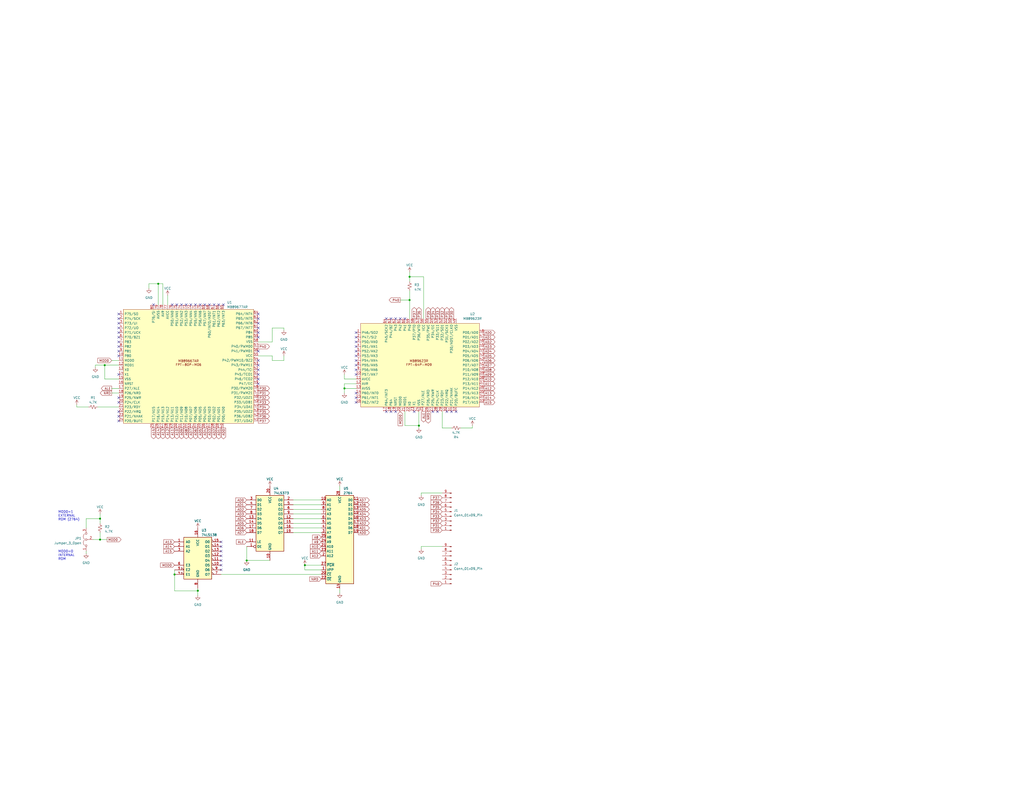
<source format=kicad_sch>
(kicad_sch (version 20230121) (generator eeschema)
  (paper "C")
  (lib_symbols
    (symbol "74xx:74LS138" (pin_names (offset 1.016))
      (property "Reference" "U" (at -7.62 11.43 0))
      (property "Value" "74LS138" (at -7.62 -13.97 0))
      (symbol "74LS138_1_0"
        (pin input line (at -12.7 7.62 0) (length 5.08) (name "A0") (number "1"))
        (pin output output_low (at 12.7 -5.08 180) (length 5.08) (name "O5") (number "10"))
        (pin output output_low (at 12.7 -2.54 180) (length 5.08) (name "O4") (number "11"))
        (pin output output_low (at 12.7 0 180) (length 5.08) (name "O3") (number "12"))
        (pin output output_low (at 12.7 2.54 180) (length 5.08) (name "O2") (number "13"))
        (pin output output_low (at 12.7 5.08 180) (length 5.08) (name "O1") (number "14"))
        (pin output output_low (at 12.7 7.62 180) (length 5.08) (name "O0") (number "15"))
        (pin power_in line (at 0 15.24 270) (length 5.08) (name "VCC") (number "16"))
        (pin input line (at -12.7 5.08 0) (length 5.08) (name "A1") (number "2"))
        (pin input line (at -12.7 2.54 0) (length 5.08) (name "A2") (number "3"))
        (pin input input_low (at -12.7 -10.16 0) (length 5.08) (name "E1") (number "4"))
        (pin input input_low (at -12.7 -7.62 0) (length 5.08) (name "E2") (number "5"))
        (pin input line (at -12.7 -5.08 0) (length 5.08) (name "E3") (number "6"))
        (pin output output_low (at 12.7 -10.16 180) (length 5.08) (name "O7") (number "7"))
        (pin power_in line (at 0 -17.78 90) (length 5.08) (name "GND") (number "8"))
        (pin output output_low (at 12.7 -7.62 180) (length 5.08) (name "O6") (number "9"))
      )
      (symbol "74LS138_1_1"
        (rectangle (start -7.62 10.16) (end 7.62 -12.7) (stroke (width 0.254)) (fill (type background)))
      )
    )
    (symbol "74xx:74LS373"
      (property "Reference" "U" (at -7.62 16.51 0))
      (property "Value" "74LS373" (at -7.62 -16.51 0))
      (symbol "74LS373_1_0"
        (pin input inverted (at -12.7 -12.7 0) (length 5.08) (name "OE") (number "1"))
        (pin power_in line (at 0 -20.32 90) (length 5.08) (name "GND") (number "10"))
        (pin input line (at -12.7 -10.16 0) (length 5.08) (name "LE") (number "11"))
        (pin tri_state line (at 12.7 2.54 180) (length 5.08) (name "O4") (number "12"))
        (pin input line (at -12.7 2.54 0) (length 5.08) (name "D4") (number "13"))
        (pin input line (at -12.7 0 0) (length 5.08) (name "D5") (number "14"))
        (pin tri_state line (at 12.7 0 180) (length 5.08) (name "O5") (number "15"))
        (pin tri_state line (at 12.7 -2.54 180) (length 5.08) (name "O6") (number "16"))
        (pin input line (at -12.7 -2.54 0) (length 5.08) (name "D6") (number "17"))
        (pin input line (at -12.7 -5.08 0) (length 5.08) (name "D7") (number "18"))
        (pin tri_state line (at 12.7 -5.08 180) (length 5.08) (name "O7") (number "19"))
        (pin tri_state line (at 12.7 12.7 180) (length 5.08) (name "O0") (number "2"))
        (pin power_in line (at 0 20.32 270) (length 5.08) (name "VCC") (number "20"))
        (pin input line (at -12.7 12.7 0) (length 5.08) (name "D0") (number "3"))
        (pin input line (at -12.7 10.16 0) (length 5.08) (name "D1") (number "4"))
        (pin tri_state line (at 12.7 10.16 180) (length 5.08) (name "O1") (number "5"))
        (pin tri_state line (at 12.7 7.62 180) (length 5.08) (name "O2") (number "6"))
        (pin input line (at -12.7 7.62 0) (length 5.08) (name "D2") (number "7"))
        (pin input line (at -12.7 5.08 0) (length 5.08) (name "D3") (number "8"))
        (pin tri_state line (at 12.7 5.08 180) (length 5.08) (name "O3") (number "9"))
      )
      (symbol "74LS373_1_1"
        (rectangle (start -7.62 15.24) (end 7.62 -15.24) (stroke (width 0.254)) (fill (type background)))
      )
    )
    (symbol "Connector:Conn_01x09_Pin" (pin_names (offset 1.016) hide)
      (property "Reference" "J" (at 0 12.7 0))
      (property "Value" "Conn_01x09_Pin" (at 0 -12.7 0))
      (symbol "Conn_01x09_Pin_1_1"
        (polyline (pts (xy 1.27 -10.16) (xy 0.8636 -10.16)) (stroke (width 0.1524)))
        (polyline (pts (xy 1.27 -7.62) (xy 0.8636 -7.62)) (stroke (width 0.1524)))
        (polyline (pts (xy 1.27 -5.08) (xy 0.8636 -5.08)) (stroke (width 0.1524)))
        (polyline (pts (xy 1.27 -2.54) (xy 0.8636 -2.54)) (stroke (width 0.1524)))
        (polyline (pts (xy 1.27 0) (xy 0.8636 0)) (stroke (width 0.1524)))
        (polyline (pts (xy 1.27 2.54) (xy 0.8636 2.54)) (stroke (width 0.1524)))
        (polyline (pts (xy 1.27 5.08) (xy 0.8636 5.08)) (stroke (width 0.1524)))
        (polyline (pts (xy 1.27 7.62) (xy 0.8636 7.62)) (stroke (width 0.1524)))
        (polyline (pts (xy 1.27 10.16) (xy 0.8636 10.16)) (stroke (width 0.1524)))
        (rectangle (start 0.8636 -10.033) (end 0 -10.287) (stroke (width 0.1524)) (fill (type outline)))
        (rectangle (start 0.8636 -7.493) (end 0 -7.747) (stroke (width 0.1524)) (fill (type outline)))
        (rectangle (start 0.8636 -4.953) (end 0 -5.207) (stroke (width 0.1524)) (fill (type outline)))
        (rectangle (start 0.8636 -2.413) (end 0 -2.667) (stroke (width 0.1524)) (fill (type outline)))
        (rectangle (start 0.8636 0.127) (end 0 -0.127) (stroke (width 0.1524)) (fill (type outline)))
        (rectangle (start 0.8636 2.667) (end 0 2.413) (stroke (width 0.1524)) (fill (type outline)))
        (rectangle (start 0.8636 5.207) (end 0 4.953) (stroke (width 0.1524)) (fill (type outline)))
        (rectangle (start 0.8636 7.747) (end 0 7.493) (stroke (width 0.1524)) (fill (type outline)))
        (rectangle (start 0.8636 10.287) (end 0 10.033) (stroke (width 0.1524)) (fill (type outline)))
        (pin passive line (at 5.08 10.16 180) (length 3.81) (name "Pin_1") (number "1"))
        (pin passive line (at 5.08 7.62 180) (length 3.81) (name "Pin_2") (number "2"))
        (pin passive line (at 5.08 5.08 180) (length 3.81) (name "Pin_3") (number "3"))
        (pin passive line (at 5.08 2.54 180) (length 3.81) (name "Pin_4") (number "4"))
        (pin passive line (at 5.08 0 180) (length 3.81) (name "Pin_5") (number "5"))
        (pin passive line (at 5.08 -2.54 180) (length 3.81) (name "Pin_6") (number "6"))
        (pin passive line (at 5.08 -5.08 180) (length 3.81) (name "Pin_7") (number "7"))
        (pin passive line (at 5.08 -7.62 180) (length 3.81) (name "Pin_8") (number "8"))
        (pin passive line (at 5.08 -10.16 180) (length 3.81) (name "Pin_9") (number "9"))
      )
    )
    (symbol "Device:R_Small_US" (pin_numbers hide) (pin_names (offset 0.254) hide)
      (property "Reference" "R" (at 0.762 0.508 0))
      (property "Value" "R_Small_US" (at 0.762 -1.016 0))
      (symbol "R_Small_US_1_1"
        (polyline (pts (xy 0 0) (xy 1.016 -0.381) (xy 0 -0.762) (xy -1.016 -1.143) (xy 0 -1.524)))
        (polyline (pts (xy 0 1.524) (xy 1.016 1.143) (xy 0 0.762) (xy -1.016 0.381) (xy 0 0)))
        (pin passive line (at 0 2.54 270) (length 1.016) (name "~") (number "1"))
        (pin passive line (at 0 -2.54 90) (length 1.016) (name "~") (number "2"))
      )
    )
    (symbol "Jumper:Jumper_3_Open" (pin_names (offset 0) hide)
      (property "Reference" "JP" (at -2.54 -2.54 0))
      (property "Value" "Jumper_3_Open" (at 0 2.794 0))
      (symbol "Jumper_3_Open_0_0"
        (circle (center -3.302 0) (radius 0.508))
        (circle (center 0 0) (radius 0.508))
        (circle (center 3.302 0) (radius 0.508))
      )
      (symbol "Jumper_3_Open_0_1"
        (arc (start -0.254 1.016) (mid -1.651 1.4992) (end -3.048 1.016))
        (polyline (pts (xy 0 -0.508) (xy 0 -1.27)))
        (arc (start 3.048 1.016) (mid 1.651 1.4992) (end 0.254 1.016))
      )
      (symbol "Jumper_3_Open_1_1"
        (pin passive line (at -6.35 0 0) (length 2.54) (name "A") (number "1"))
        (pin passive line (at 0 -3.81 90) (length 2.54) (name "C") (number "2"))
        (pin passive line (at 6.35 0 180) (length 2.54) (name "B") (number "3"))
      )
    )
    (symbol "Memory_EPROM:2764"
      (property "Reference" "U" (at -7.62 24.13 0))
      (property "Value" "2764" (at 2.54 -26.67 0))
      (symbol "2764_1_1"
        (rectangle (start -7.62 22.86) (end 7.62 -25.4) (stroke (width 0.254)) (fill (type background)))
        (pin input line (at -10.16 -17.78 0) (length 2.54) (name "VPP") (number "1"))
        (pin input line (at -10.16 20.32 0) (length 2.54) (name "A0") (number "10"))
        (pin tri_state line (at 10.16 20.32 180) (length 2.54) (name "D0") (number "11"))
        (pin tri_state line (at 10.16 17.78 180) (length 2.54) (name "D1") (number "12"))
        (pin tri_state line (at 10.16 15.24 180) (length 2.54) (name "D2") (number "13"))
        (pin power_in line (at 0 -27.94 90) (length 2.54) (name "GND") (number "14"))
        (pin tri_state line (at 10.16 12.7 180) (length 2.54) (name "D3") (number "15"))
        (pin tri_state line (at 10.16 10.16 180) (length 2.54) (name "D4") (number "16"))
        (pin tri_state line (at 10.16 7.62 180) (length 2.54) (name "D5") (number "17"))
        (pin tri_state line (at 10.16 5.08 180) (length 2.54) (name "D6") (number "18"))
        (pin tri_state line (at 10.16 2.54 180) (length 2.54) (name "D7") (number "19"))
        (pin input line (at -10.16 -10.16 0) (length 2.54) (name "A12") (number "2"))
        (pin input line (at -10.16 -20.32 0) (length 2.54) (name "~{CE}") (number "20"))
        (pin input line (at -10.16 -5.08 0) (length 2.54) (name "A10") (number "21"))
        (pin input line (at -10.16 -22.86 0) (length 2.54) (name "~{OE}") (number "22"))
        (pin input line (at -10.16 -7.62 0) (length 2.54) (name "A11") (number "23"))
        (pin input line (at -10.16 -2.54 0) (length 2.54) (name "A9") (number "24"))
        (pin input line (at -10.16 0 0) (length 2.54) (name "A8") (number "25"))
        (pin no_connect line (at 7.62 0 180) (length 2.54) hide (name "NC") (number "26"))
        (pin input line (at -10.16 -15.24 0) (length 2.54) (name "~{PGM}") (number "27"))
        (pin power_in line (at 0 25.4 270) (length 2.54) (name "VCC") (number "28"))
        (pin input line (at -10.16 2.54 0) (length 2.54) (name "A7") (number "3"))
        (pin input line (at -10.16 5.08 0) (length 2.54) (name "A6") (number "4"))
        (pin input line (at -10.16 7.62 0) (length 2.54) (name "A5") (number "5"))
        (pin input line (at -10.16 10.16 0) (length 2.54) (name "A4") (number "6"))
        (pin input line (at -10.16 12.7 0) (length 2.54) (name "A3") (number "7"))
        (pin input line (at -10.16 15.24 0) (length 2.54) (name "A2") (number "8"))
        (pin input line (at -10.16 17.78 0) (length 2.54) (name "A1") (number "9"))
      )
    )
    (symbol "f2mcdump:MB89623R"
      (property "Reference" "U" (at 0 3.81 0))
      (property "Value" "MB89623R" (at 8.89 -3.81 0))
      (symbol "MB89623R_1_1"
        (rectangle (start -31.75 -12.7) (end 33.02 -58.42) (fill (type background)))
        (text "MB89623R\nFPT-64P-M09" (at 0 -34.29 0) (effects (font (size 1.27 1.27))))
        (pin bidirectional line (at -34.29 -17.78 0) (length 2.54) (name "P46/SO2") (number "1"))
        (pin bidirectional line (at -34.29 -40.64 0) (length 2.54) (name "P57/AN7") (number "10"))
        (pin bidirectional line (at -34.29 -43.18 0) (length 2.54) (name "AVCC") (number "11"))
        (pin bidirectional line (at -34.29 -45.72 0) (length 2.54) (name "AVR") (number "12"))
        (pin bidirectional line (at -34.29 -48.26 0) (length 2.54) (name "AVSS") (number "13"))
        (pin bidirectional line (at -34.29 -50.8 0) (length 2.54) (name "P60/INT0") (number "14"))
        (pin bidirectional line (at -34.29 -53.34 0) (length 2.54) (name "P61/INT1") (number "15"))
        (pin bidirectional line (at -34.29 -55.88 0) (length 2.54) (name "P62/INT2") (number "16"))
        (pin bidirectional line (at -17.78 -60.96 90) (length 2.54) (name "P64/INT3") (number "17"))
        (pin bidirectional line (at -15.24 -60.96 90) (length 2.54) (name "P64") (number "18"))
        (pin bidirectional line (at -12.7 -60.96 90) (length 2.54) (name "NRST") (number "19"))
        (pin bidirectional line (at -34.29 -20.32 0) (length 2.54) (name "P47/SI2") (number "2"))
        (pin bidirectional line (at -10.16 -60.96 90) (length 2.54) (name "MOD0") (number "20"))
        (pin bidirectional line (at -7.62 -60.96 90) (length 2.54) (name "MOD1") (number "21"))
        (pin bidirectional line (at -5.08 -60.96 90) (length 2.54) (name "X0") (number "22"))
        (pin bidirectional line (at -2.6625 -60.8002 90) (length 2.54) (name "X1") (number "23"))
        (pin bidirectional line (at 0 -60.96 90) (length 2.54) (name "VSS") (number "24"))
        (pin bidirectional line (at 2.2204 -60.7262 90) (length 2.54) (name "P27/ALE") (number "25"))
        (pin bidirectional line (at 5.08 -60.96 90) (length 2.54) (name "P26/NRD") (number "26"))
        (pin bidirectional line (at 7.62 -60.96 90) (length 2.54) (name "P25/NWR") (number "27"))
        (pin bidirectional line (at 10.16 -60.96 90) (length 2.54) (name "P24/CLK") (number "28"))
        (pin bidirectional line (at 12.7 -60.96 90) (length 2.54) (name "P23/RDY") (number "29"))
        (pin bidirectional line (at -34.29 -22.86 0) (length 2.54) (name "P50/AN0") (number "3"))
        (pin bidirectional line (at 15.24 -60.96 90) (length 2.54) (name "P22/HRQ") (number "30"))
        (pin bidirectional line (at 17.78 -60.96 90) (length 2.54) (name "P21/NHAK") (number "31"))
        (pin bidirectional line (at 20.32 -60.96 90) (length 2.54) (name "P20/BUFC") (number "32"))
        (pin bidirectional line (at 35.56 -55.88 180) (length 2.54) (name "P17/A15") (number "33"))
        (pin bidirectional line (at 35.56 -53.34 180) (length 2.54) (name "P16/A14") (number "34"))
        (pin bidirectional line (at 35.56 -50.8 180) (length 2.54) (name "P15/A13") (number "35"))
        (pin bidirectional line (at 35.56 -48.26 180) (length 2.54) (name "P14/A12") (number "36"))
        (pin bidirectional line (at 35.56 -45.72 180) (length 2.54) (name "P13/A11") (number "37"))
        (pin bidirectional line (at 35.56 -43.18 180) (length 2.54) (name "P12/A10") (number "38"))
        (pin bidirectional line (at 35.56 -40.64 180) (length 2.54) (name "P11/A09") (number "39"))
        (pin bidirectional line (at -34.29 -25.4 0) (length 2.54) (name "P51/AN1") (number "4"))
        (pin bidirectional line (at 35.56 -38.1 180) (length 2.54) (name "P10/A08") (number "40"))
        (pin bidirectional line (at 35.56 -35.56 180) (length 2.54) (name "P07/AD7") (number "41"))
        (pin bidirectional line (at 35.56 -33.02 180) (length 2.54) (name "P06/AD6") (number "42"))
        (pin bidirectional line (at 35.56 -30.48 180) (length 2.54) (name "P05/AD5") (number "43"))
        (pin bidirectional line (at 35.56 -27.94 180) (length 2.54) (name "P04/AD4") (number "44"))
        (pin bidirectional line (at 35.56 -25.4 180) (length 2.54) (name "P03/AD3") (number "45"))
        (pin bidirectional line (at 35.56 -22.86 180) (length 2.54) (name "P02/AD2") (number "46"))
        (pin bidirectional line (at 35.56 -20.32 180) (length 2.54) (name "P01/AD1") (number "47"))
        (pin bidirectional line (at 35.56 -17.78 180) (length 2.54) (name "P00/AD0") (number "48"))
        (pin bidirectional line (at 20.32 -10.16 270) (length 2.54) (name "VSS") (number "49"))
        (pin bidirectional line (at -34.29 -27.94 0) (length 2.54) (name "P52/AN2") (number "5"))
        (pin bidirectional line (at 17.78 -10.16 270) (length 2.54) (name "P30/ADST/CLKO") (number "50"))
        (pin bidirectional line (at 15.24 -10.16 270) (length 2.54) (name "P31/SCK1") (number "51"))
        (pin bidirectional line (at 12.7 -10.16 270) (length 2.54) (name "P32/SO1") (number "52"))
        (pin bidirectional line (at 10.16 -10.16 270) (length 2.54) (name "P33/S11") (number "53"))
        (pin bidirectional line (at 7.62 -10.16 270) (length 2.54) (name "P34/EC") (number "54"))
        (pin bidirectional line (at 5.08 -10.16 270) (length 2.54) (name "P35/PWC") (number "55"))
        (pin bidirectional line (at 2.54 -10.16 270) (length 2.54) (name "VCC") (number "56"))
        (pin bidirectional line (at 0 -10.16 270) (length 2.54) (name "P36/WTO") (number "57"))
        (pin bidirectional line (at -2.54 -10.16 270) (length 2.54) (name "P37/PTO") (number "58"))
        (pin bidirectional line (at -5.08 -10.16 270) (length 2.54) (name "P40") (number "59"))
        (pin bidirectional line (at -34.29 -30.48 0) (length 2.54) (name "P53/AN3") (number "6"))
        (pin bidirectional line (at -7.62 -10.16 270) (length 2.54) (name "P41") (number "60"))
        (pin bidirectional line (at -10.16 -10.16 270) (length 2.54) (name "P42") (number "61"))
        (pin bidirectional line (at -12.7 -10.16 270) (length 2.54) (name "P43") (number "62"))
        (pin bidirectional line (at -15.24 -10.16 270) (length 2.54) (name "P44/BZ") (number "63"))
        (pin bidirectional line (at -17.78 -10.16 270) (length 2.54) (name "P45/SCK2") (number "64"))
        (pin bidirectional line (at -34.29 -33.02 0) (length 2.54) (name "P54/AN4") (number "7"))
        (pin bidirectional line (at -34.29 -35.56 0) (length 2.54) (name "P55/AN5") (number "8"))
        (pin bidirectional line (at -34.29 -38.1 0) (length 2.54) (name "P56/AN6") (number "9"))
      )
    )
    (symbol "f2mcdump:MB89677AR"
      (property "Reference" "U" (at 3.81 34.29 0))
      (property "Value" "MB89677AR" (at 35.56 33.02 0))
      (symbol "MB89677AR_1_1"
        (rectangle (start -33.02 27.94) (end 38.1 -34.29) (fill (type background)))
        (text "MB89667AR\nFPT-80P-M06" (at 2.54 -1.27 0) (effects (font (size 1.27 1.27))))
        (pin bidirectional line (at -35.56 25.4 0) (length 2.54) (name "P75/SO") (number "1"))
        (pin bidirectional line (at -35.56 2.54 0) (length 2.54) (name "P80") (number "10"))
        (pin bidirectional line (at -35.56 0 0) (length 2.54) (name "MOD0") (number "11"))
        (pin bidirectional line (at -35.56 -2.54 0) (length 2.54) (name "MOD1") (number "12"))
        (pin bidirectional line (at -35.56 -5.08 0) (length 2.54) (name "X0") (number "13"))
        (pin bidirectional line (at -35.56 -7.62 0) (length 2.54) (name "X1") (number "14"))
        (pin bidirectional line (at -35.56 -10.16 0) (length 2.54) (name "VSS") (number "15"))
        (pin bidirectional line (at -35.56 -12.7 0) (length 2.54) (name "NRST") (number "16"))
        (pin bidirectional line (at -35.56 -15.24 0) (length 2.54) (name "P27/ALE") (number "17"))
        (pin bidirectional line (at -35.56 -17.78 0) (length 2.54) (name "P26/NRD") (number "18"))
        (pin bidirectional line (at -35.56 -20.32 0) (length 2.54) (name "P25/NWR") (number "19"))
        (pin bidirectional line (at -35.56 22.86 0) (length 2.54) (name "P74/SCK") (number "2"))
        (pin bidirectional line (at -35.56 -22.86 0) (length 2.54) (name "P24/CLK") (number "20"))
        (pin bidirectional line (at -35.56 -25.4 0) (length 2.54) (name "P23/RDY") (number "21"))
        (pin bidirectional line (at -35.56 -27.94 0) (length 2.54) (name "P22/HRQ") (number "22"))
        (pin bidirectional line (at -35.56 -30.48 0) (length 2.54) (name "P21/NHAK") (number "23"))
        (pin bidirectional line (at -35.56 -33.02 0) (length 2.54) (name "P20/BUFC") (number "24"))
        (pin bidirectional line (at -16.51 -36.83 90) (length 2.54) (name "P17/A15") (number "25"))
        (pin bidirectional line (at -13.97 -36.83 90) (length 2.54) (name "P16/A14") (number "26"))
        (pin bidirectional line (at -11.43 -36.83 90) (length 2.54) (name "P15/A13") (number "27"))
        (pin bidirectional line (at -8.89 -36.83 90) (length 2.54) (name "P14/A12") (number "28"))
        (pin bidirectional line (at -6.35 -36.83 90) (length 2.54) (name "P13/A11") (number "29"))
        (pin bidirectional line (at -35.56 20.32 0) (length 2.54) (name "P73/UI") (number "3"))
        (pin bidirectional line (at -3.81 -36.83 90) (length 2.54) (name "P12/A10") (number "30"))
        (pin bidirectional line (at -1.27 -36.83 90) (length 2.54) (name "P11/A09") (number "31"))
        (pin bidirectional line (at 1.27 -36.83 90) (length 2.54) (name "P10/A08") (number "32"))
        (pin bidirectional line (at 3.81 -36.83 90) (length 2.54) (name "P07/AD7") (number "33"))
        (pin bidirectional line (at 6.35 -36.83 90) (length 2.54) (name "P06/AD6") (number "34"))
        (pin bidirectional line (at 8.89 -36.83 90) (length 2.54) (name "P05/AD5") (number "35"))
        (pin bidirectional line (at 11.43 -36.83 90) (length 2.54) (name "P04/AD4") (number "36"))
        (pin bidirectional line (at 13.97 -36.83 90) (length 2.54) (name "P03/AD3") (number "37"))
        (pin bidirectional line (at 16.51 -36.83 90) (length 2.54) (name "P02/AD2") (number "38"))
        (pin bidirectional line (at 19.05 -36.83 90) (length 2.54) (name "P01/AD1") (number "39"))
        (pin bidirectional line (at -35.56 17.78 0) (length 2.54) (name "P72/UO") (number "4"))
        (pin bidirectional line (at 21.59 -36.83 90) (length 2.54) (name "P00/AD0") (number "40"))
        (pin bidirectional line (at 40.668 -32.9449 180) (length 2.54) (name "P37/UDA2") (number "41"))
        (pin bidirectional line (at 40.668 -30.4049 180) (length 2.54) (name "P36/UDB2") (number "42"))
        (pin bidirectional line (at 40.668 -27.8649 180) (length 2.54) (name "P35/UDZ2") (number "43"))
        (pin bidirectional line (at 40.668 -25.3249 180) (length 2.54) (name "P34/UDA1") (number "44"))
        (pin bidirectional line (at 40.668 -22.7849 180) (length 2.54) (name "P33/UDB1") (number "45"))
        (pin bidirectional line (at 40.668 -20.2449 180) (length 2.54) (name "P32/UDZ1") (number "46"))
        (pin bidirectional line (at 40.668 -17.7049 180) (length 2.54) (name "P31/PWM21") (number "47"))
        (pin bidirectional line (at 40.668 -15.1649 180) (length 2.54) (name "P30/PWM20") (number "48"))
        (pin bidirectional line (at 40.668 -12.6249 180) (length 2.54) (name "P47/EC") (number "49"))
        (pin bidirectional line (at -35.56 15.24 0) (length 2.54) (name "P71/UCK") (number "5"))
        (pin bidirectional line (at 40.668 -10.0849 180) (length 2.54) (name "P46/TCO2") (number "50"))
        (pin bidirectional line (at 40.668 -7.5449 180) (length 2.54) (name "P45/TCO1") (number "51"))
        (pin bidirectional line (at 40.64 -5.08 180) (length 2.54) (name "P44/TCI") (number "52"))
        (pin bidirectional line (at 40.668 -2.4649 180) (length 2.54) (name "P43/PWM11") (number "53"))
        (pin bidirectional line (at 40.668 0.0751 180) (length 2.54) (name "P42/PWM10/BZ2") (number "54"))
        (pin bidirectional line (at 40.668 2.6151 180) (length 2.54) (name "VCC") (number "55"))
        (pin bidirectional line (at 40.668 5.1551 180) (length 2.54) (name "P41/PWM01") (number "56"))
        (pin bidirectional line (at 40.668 7.6951 180) (length 2.54) (name "P40/PWM00") (number "57"))
        (pin bidirectional line (at 40.668 10.2351 180) (length 2.54) (name "VSS") (number "58"))
        (pin bidirectional line (at 40.668 12.7751 180) (length 2.54) (name "P85") (number "59"))
        (pin bidirectional line (at -35.56 12.7 0) (length 2.54) (name "P70/BZ1") (number "6"))
        (pin bidirectional line (at 40.668 15.3151 180) (length 2.54) (name "P84") (number "60"))
        (pin bidirectional line (at 40.668 17.8551 180) (length 2.54) (name "P67/INT7") (number "61"))
        (pin bidirectional line (at 40.668 20.3951 180) (length 2.54) (name "P66/INT6") (number "62"))
        (pin bidirectional line (at 40.668 22.9351 180) (length 2.54) (name "P65/INT5") (number "63"))
        (pin bidirectional line (at 40.668 25.4751 180) (length 2.54) (name "P64/INT4") (number "64"))
        (pin bidirectional line (at 21.59 30.48 270) (length 2.54) (name "P63/INT3") (number "65"))
        (pin bidirectional line (at 19.05 30.48 270) (length 2.54) (name "P62/INT2") (number "66"))
        (pin bidirectional line (at 16.51 30.48 270) (length 2.54) (name "P61/INT1") (number "67"))
        (pin bidirectional line (at 13.97 30.48 270) (length 2.54) (name "P60/INT0/ADST") (number "68"))
        (pin bidirectional line (at 11.43 30.48 270) (length 2.54) (name "P57/AN7") (number "69"))
        (pin bidirectional line (at -35.56 10.16 0) (length 2.54) (name "P83") (number "7"))
        (pin bidirectional line (at 8.89 30.48 270) (length 2.54) (name "P56/AN6") (number "70"))
        (pin bidirectional line (at 6.35 30.48 270) (length 2.54) (name "P55/AN5") (number "71"))
        (pin bidirectional line (at 3.81 30.48 270) (length 2.54) (name "P54/AN4") (number "72"))
        (pin bidirectional line (at 1.27 30.48 270) (length 2.54) (name "P53/AN3") (number "73"))
        (pin bidirectional line (at -1.27 30.48 270) (length 2.54) (name "P52/AN2") (number "74"))
        (pin bidirectional line (at -3.81 30.48 270) (length 2.54) (name "P51/AN1") (number "75"))
        (pin bidirectional line (at -6.35 30.48 270) (length 2.54) (name "P50/AN0") (number "76"))
        (pin bidirectional line (at -8.89 30.48 270) (length 2.54) (name "AVCC") (number "77"))
        (pin bidirectional line (at -11.43 30.48 270) (length 2.54) (name "AVR") (number "78"))
        (pin bidirectional line (at -13.97 30.48 270) (length 2.54) (name "AVSS") (number "79"))
        (pin bidirectional line (at -35.56 7.62 0) (length 2.54) (name "P82") (number "8"))
        (pin bidirectional line (at -16.51 30.48 270) (length 2.54) (name "P76/SI") (number "80"))
        (pin bidirectional line (at -35.56 5.08 0) (length 2.54) (name "P81") (number "9"))
      )
    )
    (symbol "power:GND" (power) (pin_names (offset 0))
      (property "Value" "GND" (at 0 -3.81 0))
      (symbol "GND_0_1"
        (polyline (pts (xy 0 0) (xy 0 -1.27) (xy 1.27 -1.27) (xy 0 -2.54) (xy -1.27 -1.27) (xy 0 -1.27)))
      )
      (symbol "GND_1_1"
        (pin power_in line (at 0 0 270) (length 0) hide (name "GND") (number "1"))
      )
    )
    (symbol "power:VCC" (power) (pin_names (offset 0))
      (property "Value" "VCC" (at 0 3.81 0))
      (symbol "VCC_0_1"
        (polyline (pts (xy -0.762 1.27) (xy 0 2.54)))
        (polyline (pts (xy 0 0) (xy 0 2.54)))
        (polyline (pts (xy 0 2.54) (xy 0.762 1.27)))
      )
      (symbol "VCC_1_1"
        (pin power_in line (at 0 0 90) (length 0) hide (name "VCC") (number "1"))
      )
    )
  )
  (junction (at 134.62 306.07))
  (junction (at 223.52 151.13))
  (junction (at 95.25 313.69))
  (junction (at 228.6 232.41))
  (junction (at 187.96 212.09))
  (junction (at 86.36 154.94))
  (junction (at 54.61 283.21))
  (junction (at 223.52 163.83))
  (junction (at 54.61 294.64))
  (junction (at 166.37 308.61))
  (junction (at 57.15 199.39))
  (junction (at 107.95 322.58))
  (no_connect (at 213.36 224.79))
  (no_connect (at 64.77 181.61))
  (no_connect (at 140.97 196.85))
  (no_connect (at 119.38 166.37))
  (no_connect (at 236.22 224.79))
  (no_connect (at 140.97 201.93))
  (no_connect (at 140.97 207.01))
  (no_connect (at 194.31 219.71))
  (no_connect (at 120.65 303.53))
  (no_connect (at 194.31 181.61))
  (no_connect (at 140.97 191.77))
  (no_connect (at 99.06 166.37))
  (no_connect (at 121.92 166.37))
  (no_connect (at 140.97 184.15))
  (no_connect (at 248.92 224.79))
  (no_connect (at 238.76 224.79))
  (no_connect (at 104.14 166.37))
  (no_connect (at 194.31 214.63))
  (no_connect (at 114.3 166.37))
  (no_connect (at 96.52 166.37))
  (no_connect (at 106.68 166.37))
  (no_connect (at 140.97 171.45))
  (no_connect (at 140.97 176.53))
  (no_connect (at 194.31 191.77))
  (no_connect (at 120.65 308.61))
  (no_connect (at 64.77 227.33))
  (no_connect (at 64.77 173.99))
  (no_connect (at 64.77 191.77))
  (no_connect (at 64.77 176.53))
  (no_connect (at 120.65 311.15))
  (no_connect (at 64.77 217.17))
  (no_connect (at 194.31 189.23))
  (no_connect (at 243.84 224.79))
  (no_connect (at 120.65 295.91))
  (no_connect (at 194.31 184.15))
  (no_connect (at 111.76 166.37))
  (no_connect (at 64.77 224.79))
  (no_connect (at 120.65 306.07))
  (no_connect (at 120.65 298.45))
  (no_connect (at 140.97 181.61))
  (no_connect (at 194.31 217.17))
  (no_connect (at 220.98 173.99))
  (no_connect (at 218.44 173.99))
  (no_connect (at 64.77 219.71))
  (no_connect (at 213.36 173.99))
  (no_connect (at 101.6 166.37))
  (no_connect (at 140.97 209.55))
  (no_connect (at 210.82 173.99))
  (no_connect (at 120.65 300.99))
  (no_connect (at 93.98 166.37))
  (no_connect (at 64.77 184.15))
  (no_connect (at 64.77 186.69))
  (no_connect (at 64.77 204.47))
  (no_connect (at 64.77 171.45))
  (no_connect (at 194.31 194.31))
  (no_connect (at 140.97 179.07))
  (no_connect (at 226.06 224.79))
  (no_connect (at 140.97 204.47))
  (no_connect (at 194.31 201.93))
  (no_connect (at 215.9 224.79))
  (no_connect (at 194.31 196.85))
  (no_connect (at 109.22 166.37))
  (no_connect (at 215.9 173.99))
  (no_connect (at 194.31 199.39))
  (no_connect (at 194.31 204.47))
  (no_connect (at 246.38 224.79))
  (no_connect (at 116.84 166.37))
  (no_connect (at 210.82 224.79))
  (no_connect (at 194.31 186.69))
  (no_connect (at 140.97 173.99))
  (no_connect (at 140.97 199.39))
  (no_connect (at 64.77 194.31))
  (no_connect (at 64.77 179.07))
  (no_connect (at 64.77 229.87))
  (no_connect (at 64.77 189.23))
  (no_connect (at 83.82 166.37))
  (wire (pts (xy 148.59 186.69) (xy 148.59 179.07)))
  (wire (pts (xy 81.28 154.94) (xy 86.36 154.94)))
  (wire (pts (xy 54.61 280.67) (xy 54.61 283.21)))
  (wire (pts (xy 229.87 298.45) (xy 229.87 299.72)))
  (wire (pts (xy 46.99 283.21) (xy 54.61 283.21)))
  (wire (pts (xy 223.52 148.59) (xy 223.52 151.13)))
  (wire (pts (xy 154.94 179.07) (xy 154.94 180.34)))
  (wire (pts (xy 86.36 154.94) (xy 86.36 166.37)))
  (wire (pts (xy 223.52 158.75) (xy 223.52 163.83)))
  (wire (pts (xy 160.02 288.29) (xy 175.26 288.29)))
  (wire (pts (xy 91.44 161.29) (xy 91.44 166.37)))
  (wire (pts (xy 223.52 163.83) (xy 223.52 173.99)))
  (wire (pts (xy 160.02 278.13) (xy 175.26 278.13)))
  (wire (pts (xy 166.37 311.15) (xy 175.26 311.15)))
  (wire (pts (xy 120.65 313.69) (xy 175.26 313.69)))
  (wire (pts (xy 54.61 294.64) (xy 58.42 294.64)))
  (wire (pts (xy 95.25 313.69) (xy 95.25 322.58)))
  (wire (pts (xy 148.59 196.85) (xy 154.94 196.85)))
  (wire (pts (xy 218.44 163.83) (xy 223.52 163.83)))
  (wire (pts (xy 46.99 288.29) (xy 46.99 283.21)))
  (wire (pts (xy 257.81 232.41) (xy 257.81 233.68)))
  (wire (pts (xy 41.91 220.98) (xy 41.91 222.25)))
  (wire (pts (xy 223.52 151.13) (xy 223.52 153.67)))
  (wire (pts (xy 194.31 209.55) (xy 187.96 209.55)))
  (wire (pts (xy 140.97 194.31) (xy 148.59 194.31)))
  (wire (pts (xy 160.02 273.05) (xy 175.26 273.05)))
  (wire (pts (xy 46.99 300.99) (xy 46.99 302.26)))
  (wire (pts (xy 107.95 322.58) (xy 107.95 321.31)))
  (wire (pts (xy 148.59 194.31) (xy 148.59 196.85)))
  (wire (pts (xy 134.62 306.07) (xy 134.62 298.45)))
  (wire (pts (xy 50.8 294.64) (xy 54.61 294.64)))
  (wire (pts (xy 194.31 212.09) (xy 187.96 212.09)))
  (wire (pts (xy 228.6 232.41) (xy 228.6 233.68)))
  (wire (pts (xy 241.3 298.45) (xy 229.87 298.45)))
  (wire (pts (xy 95.25 322.58) (xy 107.95 322.58)))
  (wire (pts (xy 241.3 224.79) (xy 241.3 233.68)))
  (wire (pts (xy 166.37 308.61) (xy 175.26 308.61)))
  (wire (pts (xy 57.15 199.39) (xy 52.07 199.39)))
  (wire (pts (xy 41.91 222.25) (xy 48.26 222.25)))
  (wire (pts (xy 60.96 214.63) (xy 64.77 214.63)))
  (wire (pts (xy 160.02 280.67) (xy 175.26 280.67)))
  (wire (pts (xy 160.02 290.83) (xy 175.26 290.83)))
  (wire (pts (xy 241.3 233.68) (xy 246.38 233.68)))
  (wire (pts (xy 88.9 166.37) (xy 88.9 154.94)))
  (wire (pts (xy 60.96 212.09) (xy 64.77 212.09)))
  (wire (pts (xy 185.42 265.43) (xy 185.42 267.97)))
  (wire (pts (xy 160.02 275.59) (xy 175.26 275.59)))
  (wire (pts (xy 53.34 222.25) (xy 64.77 222.25)))
  (wire (pts (xy 147.32 306.07) (xy 134.62 306.07)))
  (wire (pts (xy 187.96 207.01) (xy 187.96 204.47)))
  (wire (pts (xy 154.94 196.85) (xy 154.94 194.31)))
  (wire (pts (xy 185.42 321.31) (xy 185.42 323.85)))
  (wire (pts (xy 81.28 154.94) (xy 81.28 157.48)))
  (wire (pts (xy 257.81 233.68) (xy 251.46 233.68)))
  (wire (pts (xy 64.77 207.01) (xy 57.15 207.01)))
  (wire (pts (xy 52.07 199.39) (xy 52.07 200.66)))
  (wire (pts (xy 148.59 179.07) (xy 154.94 179.07)))
  (wire (pts (xy 228.6 224.79) (xy 228.6 232.41)))
  (wire (pts (xy 107.95 322.58) (xy 107.95 325.12)))
  (wire (pts (xy 231.14 173.99) (xy 231.14 151.13)))
  (wire (pts (xy 60.96 196.85) (xy 64.77 196.85)))
  (wire (pts (xy 54.61 283.21) (xy 54.61 285.75)))
  (wire (pts (xy 229.87 269.24) (xy 229.87 270.51)))
  (wire (pts (xy 220.98 232.41) (xy 228.6 232.41)))
  (wire (pts (xy 54.61 290.83) (xy 54.61 294.64)))
  (wire (pts (xy 194.31 207.01) (xy 187.96 207.01)))
  (wire (pts (xy 187.96 209.55) (xy 187.96 212.09)))
  (wire (pts (xy 187.96 212.09) (xy 187.96 214.63)))
  (wire (pts (xy 64.77 199.39) (xy 57.15 199.39)))
  (wire (pts (xy 57.15 207.01) (xy 57.15 199.39)))
  (wire (pts (xy 231.14 151.13) (xy 223.52 151.13)))
  (wire (pts (xy 86.36 154.94) (xy 88.9 154.94)))
  (wire (pts (xy 160.02 285.75) (xy 175.26 285.75)))
  (wire (pts (xy 166.37 308.61) (xy 166.37 311.15)))
  (wire (pts (xy 220.98 224.79) (xy 220.98 232.41)))
  (wire (pts (xy 241.3 269.24) (xy 229.87 269.24)))
  (wire (pts (xy 140.97 186.69) (xy 148.59 186.69)))
  (wire (pts (xy 95.25 311.15) (xy 95.25 313.69)))
  (wire (pts (xy 160.02 283.21) (xy 175.26 283.21)))
  (text "MOD0=0\nINTERNAL\nROM" (at 31.75 306.07 0) (effects (font (size 1.27 1.27)) (justify left bottom)))
  (text "MOD0=1\nEXTERNAL\nROM (2764)" (at 31.75 284.48 0) (effects (font (size 1.27 1.27)) (justify left bottom)))
  (global_label "P34" (shape input) (at 241.3 279.4 180) (property "Intersheetrefs" "${INTERSHEET_REFS}" (effects hide)))
  (global_label "AD2" (shape output) (at 195.58 285.75 0) (property "Intersheetrefs" "${INTERSHEET_REFS}" (effects hide)))
  (global_label "MOD0" (shape input) (at 95.25 308.61 180) (property "Intersheetrefs" "${INTERSHEET_REFS}" (effects hide)))
  (global_label "A10" (shape input) (at 175.26 298.45 180) (property "Intersheetrefs" "${INTERSHEET_REFS}" (effects hide)))
  (global_label "NRD" (shape input) (at 175.26 316.23 180) (property "Intersheetrefs" "${INTERSHEET_REFS}" (effects hide)))
  (global_label "A11" (shape input) (at 175.26 300.99 180) (property "Intersheetrefs" "${INTERSHEET_REFS}" (effects hide)))
  (global_label "A12" (shape output) (at 264.16 212.09 0) (property "Intersheetrefs" "${INTERSHEET_REFS}" (effects hide)))
  (global_label "A9" (shape input) (at 175.26 295.91 180) (property "Intersheetrefs" "${INTERSHEET_REFS}" (effects hide)))
  (global_label "AD0" (shape output) (at 195.58 290.83 0) (property "Intersheetrefs" "${INTERSHEET_REFS}" (effects hide)))
  (global_label "MOD0" (shape output) (at 58.42 294.64 0) (property "Intersheetrefs" "${INTERSHEET_REFS}" (effects hide)))
  (global_label "A10" (shape output) (at 264.16 207.01 0) (property "Intersheetrefs" "${INTERSHEET_REFS}" (effects hide)))
  (global_label "P33" (shape output) (at 140.97 219.71 0) (property "Intersheetrefs" "${INTERSHEET_REFS}" (effects hide)))
  (global_label "P37" (shape input) (at 241.3 271.78 180) (property "Intersheetrefs" "${INTERSHEET_REFS}" (effects hide)))
  (global_label "AD1" (shape output) (at 264.16 184.15 0) (property "Intersheetrefs" "${INTERSHEET_REFS}" (effects hide)))
  (global_label "ALE" (shape input) (at 134.62 295.91 180) (property "Intersheetrefs" "${INTERSHEET_REFS}" (effects hide)))
  (global_label "A13" (shape output) (at 88.9 233.68 270) (property "Intersheetrefs" "${INTERSHEET_REFS}" (effects hide)))
  (global_label "AD1" (shape output) (at 119.38 233.68 270) (property "Intersheetrefs" "${INTERSHEET_REFS}" (effects hide)))
  (global_label "AD4" (shape output) (at 264.16 191.77 0) (property "Intersheetrefs" "${INTERSHEET_REFS}" (effects hide)))
  (global_label "AD7" (shape output) (at 195.58 273.05 0) (property "Intersheetrefs" "${INTERSHEET_REFS}" (effects hide)))
  (global_label "A10" (shape output) (at 96.52 233.68 270) (property "Intersheetrefs" "${INTERSHEET_REFS}" (effects hide)))
  (global_label "P40" (shape input) (at 241.3 318.77 180) (property "Intersheetrefs" "${INTERSHEET_REFS}" (effects hide)))
  (global_label "AD6" (shape output) (at 264.16 196.85 0) (property "Intersheetrefs" "${INTERSHEET_REFS}" (effects hide)))
  (global_label "A11" (shape output) (at 93.98 233.68 270) (property "Intersheetrefs" "${INTERSHEET_REFS}" (effects hide)))
  (global_label "A14" (shape output) (at 264.16 217.17 0) (property "Intersheetrefs" "${INTERSHEET_REFS}" (effects hide)))
  (global_label "A11" (shape output) (at 264.16 209.55 0) (property "Intersheetrefs" "${INTERSHEET_REFS}" (effects hide)))
  (global_label "A08" (shape output) (at 264.16 201.93 0) (property "Intersheetrefs" "${INTERSHEET_REFS}" (effects hide)))
  (global_label "AD5" (shape input) (at 134.62 285.75 180) (property "Intersheetrefs" "${INTERSHEET_REFS}" (effects hide)))
  (global_label "AD3" (shape output) (at 114.3 233.68 270) (property "Intersheetrefs" "${INTERSHEET_REFS}" (effects hide)))
  (global_label "P34" (shape output) (at 140.97 222.25 0) (property "Intersheetrefs" "${INTERSHEET_REFS}" (effects hide)))
  (global_label "A8" (shape input) (at 175.26 293.37 180) (property "Intersheetrefs" "${INTERSHEET_REFS}" (effects hide)))
  (global_label "AD3" (shape input) (at 134.62 280.67 180) (property "Intersheetrefs" "${INTERSHEET_REFS}" (effects hide)))
  (global_label "NRD" (shape output) (at 233.68 224.79 270) (property "Intersheetrefs" "${INTERSHEET_REFS}" (effects hide)))
  (global_label "A15" (shape output) (at 264.16 219.71 0) (property "Intersheetrefs" "${INTERSHEET_REFS}" (effects hide)))
  (global_label "AD4" (shape input) (at 134.62 283.21 180) (property "Intersheetrefs" "${INTERSHEET_REFS}" (effects hide)))
  (global_label "P33" (shape input) (at 241.3 281.94 180) (property "Intersheetrefs" "${INTERSHEET_REFS}" (effects hide)))
  (global_label "P35" (shape input) (at 241.3 276.86 180) (property "Intersheetrefs" "${INTERSHEET_REFS}" (effects hide)))
  (global_label "AD4" (shape output) (at 195.58 280.67 0) (property "Intersheetrefs" "${INTERSHEET_REFS}" (effects hide)))
  (global_label "A13" (shape input) (at 95.25 295.91 180) (property "Intersheetrefs" "${INTERSHEET_REFS}" (effects hide)))
  (global_label "AD1" (shape output) (at 195.58 288.29 0) (property "Intersheetrefs" "${INTERSHEET_REFS}" (effects hide)))
  (global_label "AD6" (shape output) (at 195.58 275.59 0) (property "Intersheetrefs" "${INTERSHEET_REFS}" (effects hide)))
  (global_label "AD3" (shape output) (at 195.58 283.21 0) (property "Intersheetrefs" "${INTERSHEET_REFS}" (effects hide)))
  (global_label "A12" (shape input) (at 175.26 303.53 180) (property "Intersheetrefs" "${INTERSHEET_REFS}" (effects hide)))
  (global_label "AD3" (shape output) (at 264.16 189.23 0) (property "Intersheetrefs" "${INTERSHEET_REFS}" (effects hide)))
  (global_label "AD0" (shape output) (at 264.16 181.61 0) (property "Intersheetrefs" "${INTERSHEET_REFS}" (effects hide)))
  (global_label "P32" (shape output) (at 140.97 217.17 0) (property "Intersheetrefs" "${INTERSHEET_REFS}" (effects hide)))
  (global_label "P36" (shape input) (at 241.3 274.32 180) (property "Intersheetrefs" "${INTERSHEET_REFS}" (effects hide)))
  (global_label "P40" (shape output) (at 140.97 189.23 0) (property "Intersheetrefs" "${INTERSHEET_REFS}" (effects hide)))
  (global_label "A09" (shape output) (at 99.06 233.68 270) (property "Intersheetrefs" "${INTERSHEET_REFS}" (effects hide)))
  (global_label "A14" (shape output) (at 86.36 233.68 270) (property "Intersheetrefs" "${INTERSHEET_REFS}" (effects hide)))
  (global_label "A14" (shape input) (at 95.25 298.45 180) (property "Intersheetrefs" "${INTERSHEET_REFS}" (effects hide)))
  (global_label "P40" (shape output) (at 218.44 163.83 180) (property "Intersheetrefs" "${INTERSHEET_REFS}" (effects hide)))
  (global_label "A13" (shape output) (at 264.16 214.63 0) (property "Intersheetrefs" "${INTERSHEET_REFS}" (effects hide)))
  (global_label "A08" (shape output) (at 101.6 233.68 270) (property "Intersheetrefs" "${INTERSHEET_REFS}" (effects hide)))
  (global_label "AD4" (shape output) (at 111.76 233.68 270) (property "Intersheetrefs" "${INTERSHEET_REFS}" (effects hide)))
  (global_label "AD2" (shape output) (at 116.84 233.68 270) (property "Intersheetrefs" "${INTERSHEET_REFS}" (effects hide)))
  (global_label "A09" (shape output) (at 264.16 204.47 0) (property "Intersheetrefs" "${INTERSHEET_REFS}" (effects hide)))
  (global_label "P34" (shape output) (at 236.22 173.99 90) (property "Intersheetrefs" "${INTERSHEET_REFS}" (effects hide)))
  (global_label "AD5" (shape output) (at 195.58 278.13 0) (property "Intersheetrefs" "${INTERSHEET_REFS}" (effects hide)))
  (global_label "P32" (shape input) (at 241.3 284.48 180) (property "Intersheetrefs" "${INTERSHEET_REFS}" (effects hide)))
  (global_label "NRD" (shape output) (at 60.96 214.63 180) (property "Intersheetrefs" "${INTERSHEET_REFS}" (effects hide)))
  (global_label "P35" (shape output) (at 233.68 173.99 90) (property "Intersheetrefs" "${INTERSHEET_REFS}" (effects hide)))
  (global_label "P31" (shape output) (at 140.97 214.63 0) (property "Intersheetrefs" "${INTERSHEET_REFS}" (effects hide)))
  (global_label "P30" (shape output) (at 246.38 173.99 90) (property "Intersheetrefs" "${INTERSHEET_REFS}" (effects hide)))
  (global_label "AD0" (shape output) (at 121.92 233.68 270) (property "Intersheetrefs" "${INTERSHEET_REFS}" (effects hide)))
  (global_label "AD6" (shape input) (at 134.62 288.29 180) (property "Intersheetrefs" "${INTERSHEET_REFS}" (effects hide)))
  (global_label "P35" (shape output) (at 140.97 224.79 0) (property "Intersheetrefs" "${INTERSHEET_REFS}" (effects hide)))
  (global_label "P36" (shape output) (at 140.97 227.33 0) (property "Intersheetrefs" "${INTERSHEET_REFS}" (effects hide)))
  (global_label "AD7" (shape output) (at 104.14 233.68 270) (property "Intersheetrefs" "${INTERSHEET_REFS}" (effects hide)))
  (global_label "AD2" (shape input) (at 134.62 278.13 180) (property "Intersheetrefs" "${INTERSHEET_REFS}" (effects hide)))
  (global_label "P32" (shape output) (at 241.3 173.99 90) (property "Intersheetrefs" "${INTERSHEET_REFS}" (effects hide)))
  (global_label "AD6" (shape output) (at 106.68 233.68 270) (property "Intersheetrefs" "${INTERSHEET_REFS}" (effects hide)))
  (global_label "P30" (shape input) (at 241.3 289.56 180) (property "Intersheetrefs" "${INTERSHEET_REFS}" (effects hide)))
  (global_label "AD2" (shape output) (at 264.16 186.69 0) (property "Intersheetrefs" "${INTERSHEET_REFS}" (effects hide)))
  (global_label "AD5" (shape output) (at 264.16 194.31 0) (property "Intersheetrefs" "${INTERSHEET_REFS}" (effects hide)))
  (global_label "AD5" (shape output) (at 109.22 233.68 270) (property "Intersheetrefs" "${INTERSHEET_REFS}" (effects hide)))
  (global_label "P37" (shape output) (at 226.06 173.99 90) (property "Intersheetrefs" "${INTERSHEET_REFS}" (effects hide)))
  (global_label "P31" (shape input) (at 241.3 287.02 180) (property "Intersheetrefs" "${INTERSHEET_REFS}" (effects hide)))
  (global_label "P37" (shape output) (at 140.97 229.87 0) (property "Intersheetrefs" "${INTERSHEET_REFS}" (effects hide)))
  (global_label "P36" (shape output) (at 228.6 173.99 90) (property "Intersheetrefs" "${INTERSHEET_REFS}" (effects hide)))
  (global_label "AD7" (shape output) (at 264.16 199.39 0) (property "Intersheetrefs" "${INTERSHEET_REFS}" (effects hide)))
  (global_label "A12" (shape output) (at 91.44 233.68 270) (property "Intersheetrefs" "${INTERSHEET_REFS}" (effects hide)))
  (global_label "A15" (shape output) (at 83.82 233.68 270) (property "Intersheetrefs" "${INTERSHEET_REFS}" (effects hide)))
  (global_label "MOD0" (shape input) (at 218.44 224.79 270) (property "Intersheetrefs" "${INTERSHEET_REFS}" (effects hide)))
  (global_label "MOD0" (shape input) (at 60.96 196.85 180) (property "Intersheetrefs" "${INTERSHEET_REFS}" (effects hide)))
  (global_label "AD0" (shape input) (at 134.62 273.05 180) (property "Intersheetrefs" "${INTERSHEET_REFS}" (effects hide)))
  (global_label "P31" (shape output) (at 243.84 173.99 90) (property "Intersheetrefs" "${INTERSHEET_REFS}" (effects hide)))
  (global_label "ALE" (shape output) (at 231.14 224.79 270) (property "Intersheetrefs" "${INTERSHEET_REFS}" (effects hide)))
  (global_label "AD1" (shape input) (at 134.62 275.59 180) (property "Intersheetrefs" "${INTERSHEET_REFS}" (effects hide)))
  (global_label "A15" (shape input) (at 95.25 300.99 180) (property "Intersheetrefs" "${INTERSHEET_REFS}" (effects hide)))
  (global_label "P30" (shape output) (at 140.97 212.09 0) (property "Intersheetrefs" "${INTERSHEET_REFS}" (effects hide)))
  (global_label "AD7" (shape input) (at 134.62 290.83 180) (property "Intersheetrefs" "${INTERSHEET_REFS}" (effects hide)))
  (global_label "ALE" (shape output) (at 60.96 212.09 180) (property "Intersheetrefs" "${INTERSHEET_REFS}" (effects hide)))
  (global_label "P33" (shape output) (at 238.76 173.99 90) (property "Intersheetrefs" "${INTERSHEET_REFS}" (effects hide)))
  (symbol (lib_id "power:GND") (at 81.28 157.48 0) (unit 1)
    (property "Reference" "#PWR02" (effects hide))
    (property "Value" "GND" (at 81.28 162.56 0))
  )
  (symbol (lib_id "f2mcdump:MB89677AR") (at 100.33 196.85 0) (unit 1)
    (property "Reference" "U1" (at 123.8759 165.1 0) (effects (justify left)))
    (property "Value" "MB89677AR" (at 123.8759 167.64 0) (effects (justify left)))
    (property "Footprint" "Package_QFP:PQFP-80_14x20mm_P0.8mm" (effects hide))
  )
  (symbol (lib_id "power:VCC") (at 107.95 288.29 0) (unit 1)
    (property "Reference" "#PWR010" (effects hide))
    (property "Value" "VCC" (at 107.95 284.48 0))
  )
  (symbol (lib_id "power:VCC") (at 147.32 265.43 0) (unit 1)
    (property "Reference" "#PWR014" (effects hide))
    (property "Value" "VCC" (at 147.32 261.62 0))
  )
  (symbol (lib_id "Memory_EPROM:2764") (at 185.42 293.37 0) (unit 1)
    (property "Reference" "U5" (at 187.3759 266.7 0) (effects (justify left)))
    (property "Value" "2764" (at 187.3759 269.24 0) (effects (justify left)))
    (property "Footprint" "Package_DIP:DIP-28_W15.24mm" (effects hide))
    (property "Datasheet" "https://downloads.reactivemicro.com/Electronics/ROM/2764%20EPROM.pdf" (effects hide))
  )
  (symbol (lib_id "power:GND") (at 154.94 180.34 0) (unit 1)
    (property "Reference" "#PWR04" (effects hide))
    (property "Value" "GND" (at 154.94 185.42 0))
  )
  (symbol (lib_id "Device:R_Small_US") (at 50.8 222.25 90) (unit 1)
    (property "Reference" "R1" (at 50.8 217.17 90))
    (property "Value" "4.7K" (at 50.8 219.71 90))
  )
  (symbol (lib_id "Jumper:Jumper_3_Open") (at 46.99 294.64 90) (unit 1)
    (property "Reference" "JP1" (at 44.45 294.005 90) (effects (justify left)))
    (property "Value" "Jumper_3_Open" (at 44.45 296.545 90) (effects (justify left)))
  )
  (symbol (lib_id "power:VCC") (at 41.91 220.98 0) (unit 1)
    (property "Reference" "#PWR05" (effects hide))
    (property "Value" "VCC" (at 41.91 217.17 0))
  )
  (symbol (lib_id "power:VCC") (at 223.52 148.59 0) (unit 1)
    (property "Reference" "#PWR019" (effects hide))
    (property "Value" "VCC" (at 223.52 144.78 0))
  )
  (symbol (lib_id "Device:R_Small_US") (at 223.52 156.21 0) (unit 1)
    (property "Reference" "R3" (at 226.06 155.575 0) (effects (justify left)))
    (property "Value" "47K" (at 226.06 158.115 0) (effects (justify left)))
  )
  (symbol (lib_id "power:GND") (at 46.99 302.26 0) (unit 1)
    (property "Reference" "#PWR015" (effects hide))
    (property "Value" "GND" (at 46.99 307.34 0))
  )
  (symbol (lib_id "power:VCC") (at 91.44 161.29 0) (unit 1)
    (property "Reference" "#PWR01" (effects hide))
    (property "Value" "VCC" (at 91.44 157.48 0))
  )
  (symbol (lib_id "power:GND") (at 228.6 233.68 0) (unit 1)
    (property "Reference" "#PWR020" (effects hide))
    (property "Value" "GND" (at 228.6 238.76 0))
  )
  (symbol (lib_id "power:VCC") (at 54.61 280.67 0) (unit 1)
    (property "Reference" "#PWR09" (effects hide))
    (property "Value" "VCC" (at 54.61 276.86 0))
  )
  (symbol (lib_id "power:GND") (at 229.87 270.51 0) (unit 1)
    (property "Reference" "#PWR017" (effects hide))
    (property "Value" "GND" (at 229.87 275.59 0))
  )
  (symbol (lib_id "power:GND") (at 185.42 323.85 0) (unit 1)
    (property "Reference" "#PWR012" (effects hide))
    (property "Value" "GND" (at 185.42 328.93 0))
  )
  (symbol (lib_id "74xx:74LS373") (at 147.32 285.75 0) (unit 1)
    (property "Reference" "U4" (at 149.2759 266.7 0) (effects (justify left)))
    (property "Value" "74LS373" (at 149.2759 269.24 0) (effects (justify left)))
    (property "Footprint" "Package_DIP:DIP-20_W7.62mm" (effects hide))
    (property "Datasheet" "http://www.ti.com/lit/gpn/sn74LS373" (effects hide))
  )
  (symbol (lib_id "power:GND") (at 52.07 200.66 0) (unit 1)
    (property "Reference" "#PWR03" (effects hide))
    (property "Value" "GND" (at 52.07 205.74 0))
  )
  (symbol (lib_id "power:VCC") (at 166.37 308.61 0) (unit 1)
    (property "Reference" "#PWR07" (effects hide))
    (property "Value" "VCC" (at 166.37 304.8 0))
  )
  (symbol (lib_id "power:VCC") (at 187.96 204.47 0) (unit 1)
    (property "Reference" "#PWR022" (effects hide))
    (property "Value" "VCC" (at 187.96 200.66 0))
  )
  (symbol (lib_id "power:GND") (at 134.62 306.07 0) (unit 1)
    (property "Reference" "#PWR013" (effects hide))
    (property "Value" "GND" (at 134.62 311.15 0))
  )
  (symbol (lib_id "74xx:74LS138") (at 107.95 303.53 0) (unit 1)
    (property "Reference" "U3" (at 109.9059 289.56 0) (effects (justify left)))
    (property "Value" "74LS138" (at 109.9059 292.1 0) (effects (justify left)))
    (property "Footprint" "Package_DIP:DIP-16_W7.62mm" (effects hide))
    (property "Datasheet" "http://www.ti.com/lit/gpn/sn74LS138" (effects hide))
  )
  (symbol (lib_id "f2mcdump:MB89623R") (at 228.6 163.83 0) (unit 1)
    (property "Reference" "U2" (at 257.81 171.45 0))
    (property "Value" "MB89623R" (at 257.81 173.99 0))
    (property "Footprint" "f2mc8dump:PQFP-64_12x12mm_P0.65mm" (effects hide))
  )
  (symbol (lib_id "power:VCC") (at 257.81 232.41 0) (unit 1)
    (property "Reference" "#PWR018" (effects hide))
    (property "Value" "VCC" (at 257.81 228.6 0))
  )
  (symbol (lib_id "Connector:Conn_01x09_Pin") (at 246.38 279.4 180) (unit 1)
    (property "Reference" "J1" (at 247.65 278.765 0) (effects (justify right)))
    (property "Value" "Conn_01x09_Pin" (at 247.65 281.305 0) (effects (justify right)))
  )
  (symbol (lib_id "power:GND") (at 107.95 325.12 0) (unit 1)
    (property "Reference" "#PWR08" (effects hide))
    (property "Value" "GND" (at 107.95 330.2 0))
  )
  (symbol (lib_id "Device:R_Small_US") (at 54.61 288.29 180) (unit 1)
    (property "Reference" "R2" (at 57.15 287.655 0) (effects (justify right)))
    (property "Value" "4.7K" (at 57.15 290.195 0) (effects (justify right)))
  )
  (symbol (lib_id "Connector:Conn_01x09_Pin") (at 246.38 308.61 180) (unit 1)
    (property "Reference" "J2" (at 247.65 307.975 0) (effects (justify right)))
    (property "Value" "Conn_01x09_Pin" (at 247.65 310.515 0) (effects (justify right)))
  )
  (symbol (lib_id "Device:R_Small_US") (at 248.92 233.68 270) (unit 1)
    (property "Reference" "R4" (at 248.92 238.76 90))
    (property "Value" "4.7K" (at 248.92 236.22 90))
  )
  (symbol (lib_id "power:VCC") (at 154.94 194.31 0) (unit 1)
    (property "Reference" "#PWR06" (effects hide))
    (property "Value" "VCC" (at 154.94 190.5 0))
  )
  (symbol (lib_id "power:VCC") (at 185.42 265.43 0) (unit 1)
    (property "Reference" "#PWR011" (effects hide))
    (property "Value" "VCC" (at 185.42 261.62 0))
  )
  (symbol (lib_id "power:GND") (at 229.87 299.72 0) (unit 1)
    (property "Reference" "#PWR016" (effects hide))
    (property "Value" "GND" (at 229.87 304.8 0))
  )
  (symbol (lib_id "power:GND") (at 187.96 214.63 0) (unit 1)
    (property "Reference" "#PWR021" (effects hide))
    (property "Value" "GND" (at 187.96 219.71 0))
  )
)
</source>
